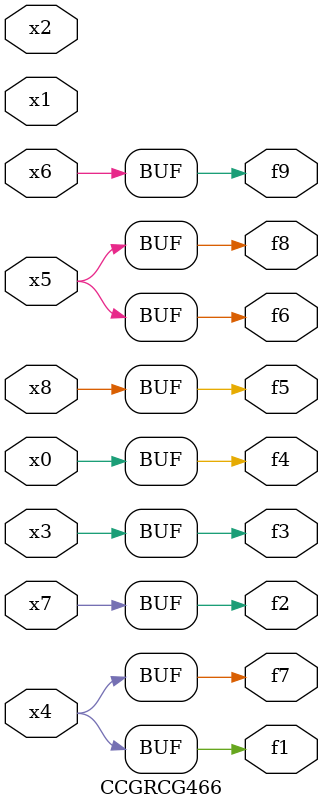
<source format=v>
module CCGRCG466(
	input x0, x1, x2, x3, x4, x5, x6, x7, x8,
	output f1, f2, f3, f4, f5, f6, f7, f8, f9
);
	assign f1 = x4;
	assign f2 = x7;
	assign f3 = x3;
	assign f4 = x0;
	assign f5 = x8;
	assign f6 = x5;
	assign f7 = x4;
	assign f8 = x5;
	assign f9 = x6;
endmodule

</source>
